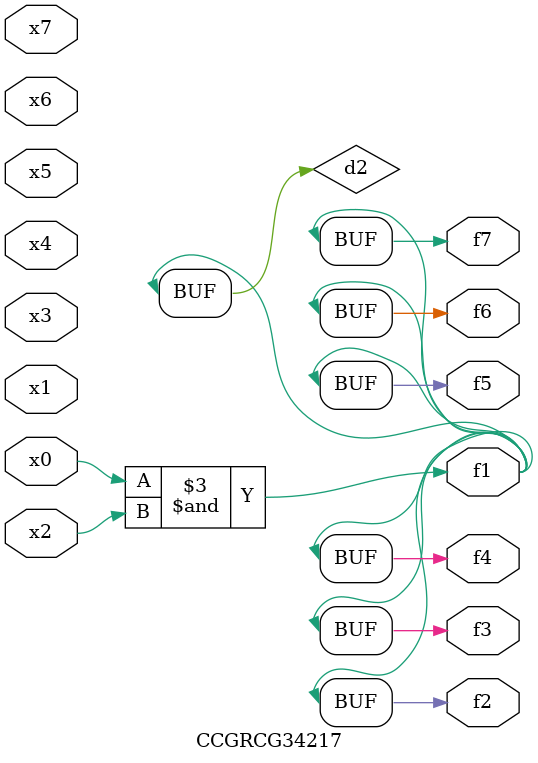
<source format=v>
module CCGRCG34217(
	input x0, x1, x2, x3, x4, x5, x6, x7,
	output f1, f2, f3, f4, f5, f6, f7
);

	wire d1, d2;

	nor (d1, x3, x6);
	and (d2, x0, x2);
	assign f1 = d2;
	assign f2 = d2;
	assign f3 = d2;
	assign f4 = d2;
	assign f5 = d2;
	assign f6 = d2;
	assign f7 = d2;
endmodule

</source>
